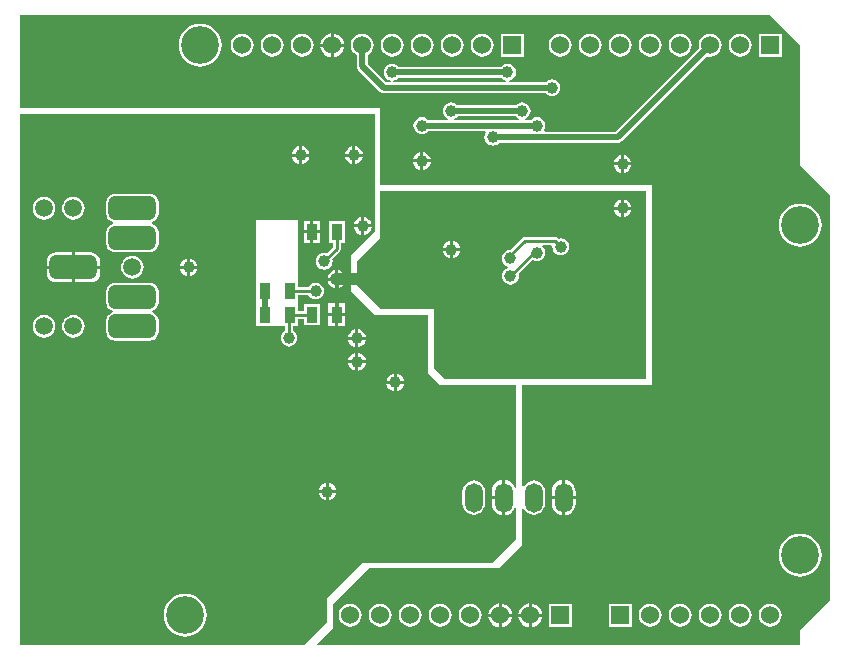
<source format=gbl>
%FSLAX25Y25*%
%MOIN*%
G70*
G01*
G75*
G04 Layer_Physical_Order=2*
G04 Layer_Color=16711680*
%ADD10R,0.05512X0.03543*%
%ADD11R,0.03543X0.05512*%
%ADD12O,0.05512X0.01181*%
%ADD13O,0.01181X0.05512*%
%ADD14O,0.02362X0.05906*%
%ADD15R,0.02362X0.03937*%
%ADD16R,0.01575X0.03347*%
%ADD17R,0.03150X0.05512*%
%ADD18R,0.05512X0.03150*%
%ADD19C,0.01000*%
%ADD20C,0.02000*%
%ADD21C,0.02500*%
%ADD22C,0.03937*%
%ADD23C,0.12598*%
%ADD24R,0.06000X0.06000*%
%ADD25C,0.06000*%
%ADD26O,0.05906X0.09843*%
G04:AMPARAMS|DCode=27|XSize=157.48mil|YSize=78.74mil|CornerRadius=19.69mil|HoleSize=0mil|Usage=FLASHONLY|Rotation=0.000|XOffset=0mil|YOffset=0mil|HoleType=Round|Shape=RoundedRectangle|*
%AMROUNDEDRECTD27*
21,1,0.15748,0.03937,0,0,0.0*
21,1,0.11811,0.07874,0,0,0.0*
1,1,0.03937,0.05906,-0.01969*
1,1,0.03937,-0.05906,-0.01969*
1,1,0.03937,-0.05906,0.01969*
1,1,0.03937,0.05906,0.01969*
%
%ADD27ROUNDEDRECTD27*%
%ADD28C,0.05906*%
%ADD29C,0.04000*%
G36*
X260000Y200000D02*
Y160000D01*
X270000Y150000D01*
Y15000D01*
X260000Y5000D01*
Y0D01*
X99079D01*
X98887Y462D01*
X104331Y5906D01*
Y13780D01*
X116142Y25591D01*
X159449D01*
Y25591D01*
X167323Y33465D01*
Y45256D01*
X167823Y45355D01*
X167824Y45351D01*
X168426Y44568D01*
X169210Y43966D01*
X170123Y43588D01*
X171102Y43459D01*
X172082Y43588D01*
X172995Y43966D01*
X173779Y44568D01*
X174380Y45351D01*
X174759Y46264D01*
X174888Y47244D01*
Y51181D01*
X174759Y52161D01*
X174380Y53074D01*
X173779Y53858D01*
X172995Y54459D01*
X172082Y54837D01*
X171102Y54966D01*
X170123Y54837D01*
X169210Y54459D01*
X168426Y53858D01*
X167824Y53074D01*
X167823Y53070D01*
X167323Y53170D01*
Y86614D01*
X210630D01*
Y153543D01*
X120079D01*
Y179134D01*
X0D01*
Y210000D01*
X250000D01*
X260000Y200000D01*
D02*
G37*
G36*
X208661Y88583D02*
X141732D01*
X137795Y92520D01*
Y92520D01*
Y112205D01*
X120079D01*
X112205Y120079D01*
Y127953D01*
X112205D01*
X120079Y135827D01*
Y151575D01*
X208661D01*
Y88583D01*
D02*
G37*
G36*
X118110Y137795D02*
X110236Y129921D01*
Y118110D01*
X118110Y110236D01*
X135827D01*
Y90551D01*
X139764Y86614D01*
X165354D01*
Y52552D01*
X164854Y52452D01*
X164555Y53175D01*
X163921Y54000D01*
X163096Y54634D01*
X162134Y55032D01*
X161602Y55102D01*
Y49213D01*
Y43323D01*
X162134Y43393D01*
X163096Y43791D01*
X163921Y44425D01*
X164555Y45251D01*
X164854Y45973D01*
X165354Y45874D01*
Y35433D01*
X165354D01*
X157480Y27559D01*
X114173D01*
X102362Y15748D01*
Y7874D01*
Y7874D01*
X94488Y0D01*
X0D01*
Y177165D01*
X118110D01*
Y137795D01*
D02*
G37*
%LPC*%
G36*
X112705Y97417D02*
Y94988D01*
X115133D01*
X115097Y95263D01*
X114798Y95985D01*
X114322Y96605D01*
X113702Y97081D01*
X112980Y97380D01*
X112705Y97417D01*
D02*
G37*
G36*
X111705D02*
X111430Y97380D01*
X110708Y97081D01*
X110088Y96605D01*
X109612Y95985D01*
X109313Y95263D01*
X109276Y94988D01*
X111705D01*
Y97417D01*
D02*
G37*
G36*
Y101862D02*
X109276D01*
X109313Y101587D01*
X109612Y100865D01*
X110088Y100245D01*
X110708Y99769D01*
X111430Y99470D01*
X111705Y99434D01*
Y101862D01*
D02*
G37*
G36*
X7874Y110084D02*
X6894Y109955D01*
X5982Y109577D01*
X5198Y108976D01*
X4596Y108192D01*
X4218Y107279D01*
X4089Y106299D01*
X4218Y105320D01*
X4596Y104407D01*
X5198Y103623D01*
X5982Y103021D01*
X6894Y102643D01*
X7874Y102514D01*
X8854Y102643D01*
X9767Y103021D01*
X10550Y103623D01*
X11152Y104407D01*
X11530Y105320D01*
X11659Y106299D01*
X11530Y107279D01*
X11152Y108192D01*
X10550Y108976D01*
X9767Y109577D01*
X8854Y109955D01*
X7874Y110084D01*
D02*
G37*
G36*
X43307Y120903D02*
X31496D01*
X30773Y120808D01*
X30100Y120528D01*
X29522Y120085D01*
X29078Y119506D01*
X28799Y118833D01*
X28704Y118110D01*
Y114173D01*
X28799Y113451D01*
X29078Y112777D01*
X29522Y112199D01*
X30100Y111755D01*
X30773Y111476D01*
X30799Y111473D01*
Y110968D01*
X30773Y110965D01*
X30100Y110686D01*
X29522Y110242D01*
X29078Y109664D01*
X28799Y108990D01*
X28704Y108268D01*
Y104331D01*
X28799Y103608D01*
X29078Y102935D01*
X29522Y102356D01*
X30100Y101912D01*
X30773Y101634D01*
X31496Y101538D01*
X43307D01*
X44030Y101634D01*
X44703Y101912D01*
X45282Y102356D01*
X45725Y102935D01*
X46004Y103608D01*
X46099Y104331D01*
Y108268D01*
X46004Y108990D01*
X45725Y109664D01*
X45282Y110242D01*
X44703Y110686D01*
X44030Y110965D01*
X44004Y110968D01*
Y111473D01*
X44030Y111476D01*
X44703Y111755D01*
X45282Y112199D01*
X45725Y112777D01*
X46004Y113451D01*
X46099Y114173D01*
Y118110D01*
X46004Y118833D01*
X45725Y119506D01*
X45282Y120085D01*
X44703Y120528D01*
X44030Y120808D01*
X43307Y120903D01*
D02*
G37*
G36*
X115133Y101862D02*
X112705D01*
Y99434D01*
X112980Y99470D01*
X113702Y99769D01*
X114322Y100245D01*
X114798Y100865D01*
X115097Y101587D01*
X115133Y101862D01*
D02*
G37*
G36*
Y93988D02*
X112705D01*
Y91560D01*
X112980Y91596D01*
X113702Y91895D01*
X114322Y92371D01*
X114798Y92991D01*
X115097Y93713D01*
X115133Y93988D01*
D02*
G37*
G36*
X124500Y90527D02*
X124225Y90491D01*
X123503Y90191D01*
X122883Y89716D01*
X122407Y89095D01*
X122108Y88373D01*
X122072Y88098D01*
X124500D01*
Y90527D01*
D02*
G37*
G36*
X127928Y87098D02*
X125500D01*
Y84670D01*
X125775Y84706D01*
X126497Y85005D01*
X127117Y85481D01*
X127593Y86101D01*
X127892Y86823D01*
X127928Y87098D01*
D02*
G37*
G36*
X124500D02*
X122072D01*
X122108Y86823D01*
X122407Y86101D01*
X122883Y85481D01*
X123503Y85005D01*
X124225Y84706D01*
X124500Y84670D01*
Y87098D01*
D02*
G37*
G36*
X111705Y93988D02*
X109276D01*
X109313Y93713D01*
X109612Y92991D01*
X110088Y92371D01*
X110708Y91895D01*
X111430Y91596D01*
X111705Y91560D01*
Y93988D01*
D02*
G37*
G36*
X102862Y54109D02*
Y51681D01*
X105290D01*
X105254Y51956D01*
X104955Y52678D01*
X104479Y53298D01*
X103859Y53774D01*
X103137Y54073D01*
X102862Y54109D01*
D02*
G37*
G36*
X125500Y90527D02*
Y88098D01*
X127928D01*
X127892Y88373D01*
X127593Y89095D01*
X127117Y89716D01*
X126497Y90191D01*
X125775Y90491D01*
X125500Y90527D01*
D02*
G37*
G36*
X17717Y110084D02*
X16737Y109955D01*
X15824Y109577D01*
X15040Y108976D01*
X14438Y108192D01*
X14060Y107279D01*
X13931Y106299D01*
X14060Y105320D01*
X14438Y104407D01*
X15040Y103623D01*
X15824Y103021D01*
X16737Y102643D01*
X17717Y102514D01*
X18696Y102643D01*
X19609Y103021D01*
X20393Y103623D01*
X20995Y104407D01*
X21373Y105320D01*
X21502Y106299D01*
X21373Y107279D01*
X20995Y108192D01*
X20393Y108976D01*
X19609Y109577D01*
X18696Y109955D01*
X17717Y110084D01*
D02*
G37*
G36*
X26616Y125484D02*
X18216D01*
Y121022D01*
X23622D01*
X24397Y121124D01*
X25119Y121423D01*
X25739Y121899D01*
X26215Y122519D01*
X26514Y123241D01*
X26616Y124016D01*
Y125484D01*
D02*
G37*
G36*
X37402Y129769D02*
X36422Y129640D01*
X35509Y129262D01*
X34725Y128661D01*
X34124Y127877D01*
X33745Y126964D01*
X33616Y125984D01*
X33745Y125005D01*
X34124Y124092D01*
X34725Y123308D01*
X35509Y122706D01*
X36422Y122328D01*
X37402Y122199D01*
X38381Y122328D01*
X39294Y122706D01*
X40078Y123308D01*
X40680Y124092D01*
X41058Y125005D01*
X41187Y125984D01*
X41058Y126964D01*
X40680Y127877D01*
X40078Y128661D01*
X39294Y129262D01*
X38381Y129640D01*
X37402Y129769D01*
D02*
G37*
G36*
X108243Y121547D02*
X105815D01*
Y119119D01*
X106090Y119155D01*
X106812Y119454D01*
X107432Y119930D01*
X107908Y120550D01*
X108207Y121272D01*
X108243Y121547D01*
D02*
G37*
G36*
X17217Y125484D02*
X8817D01*
Y124016D01*
X8919Y123241D01*
X9218Y122519D01*
X9694Y121899D01*
X10314Y121423D01*
X11036Y121124D01*
X11811Y121022D01*
X17217D01*
Y125484D01*
D02*
G37*
G36*
X55602D02*
X53174D01*
X53210Y125209D01*
X53509Y124487D01*
X53985Y123867D01*
X54605Y123391D01*
X55327Y123092D01*
X55602Y123056D01*
Y125484D01*
D02*
G37*
G36*
X59031D02*
X56602D01*
Y123056D01*
X56877Y123092D01*
X57599Y123391D01*
X58219Y123867D01*
X58695Y124487D01*
X58995Y125209D01*
X59031Y125484D01*
D02*
G37*
G36*
X104815Y124976D02*
X104540Y124939D01*
X103818Y124640D01*
X103198Y124164D01*
X102722Y123544D01*
X102423Y122822D01*
X102387Y122547D01*
X104815D01*
Y124976D01*
D02*
G37*
G36*
X105815D02*
Y122547D01*
X108243D01*
X108207Y122822D01*
X107908Y123544D01*
X107432Y124164D01*
X106812Y124640D01*
X106090Y124939D01*
X105815Y124976D01*
D02*
G37*
G36*
X105012Y109736D02*
X102740D01*
Y106480D01*
X105012D01*
Y109736D01*
D02*
G37*
G36*
X108283D02*
X106012D01*
Y106480D01*
X108283D01*
Y109736D01*
D02*
G37*
G36*
X111705Y105290D02*
X111430Y105254D01*
X110708Y104955D01*
X110088Y104479D01*
X109612Y103859D01*
X109313Y103137D01*
X109276Y102862D01*
X111705D01*
Y105290D01*
D02*
G37*
G36*
X112705D02*
Y102862D01*
X115133D01*
X115097Y103137D01*
X114798Y103859D01*
X114322Y104479D01*
X113702Y104955D01*
X112980Y105254D01*
X112705Y105290D01*
D02*
G37*
G36*
X92520Y141732D02*
X78740D01*
Y121866D01*
X78724D01*
Y114492D01*
X78724Y114354D01*
X78724Y114354D01*
Y113992D01*
X78724D01*
X78724Y113854D01*
Y106480D01*
X78740D01*
Y106299D01*
X88241D01*
Y104810D01*
X88171Y104780D01*
X87592Y104337D01*
X87149Y103758D01*
X86870Y103085D01*
X86774Y102362D01*
X86870Y101639D01*
X87149Y100966D01*
X87592Y100388D01*
X88171Y99944D01*
X88844Y99665D01*
X89567Y99570D01*
X90290Y99665D01*
X90963Y99944D01*
X91541Y100388D01*
X91985Y100966D01*
X92264Y101639D01*
X92359Y102362D01*
X92264Y103085D01*
X91985Y103758D01*
X91541Y104337D01*
X90963Y104780D01*
X90892Y104810D01*
Y106299D01*
X92520D01*
Y108911D01*
X94672D01*
Y106680D01*
X99816D01*
Y113792D01*
X94672D01*
Y111562D01*
X92520D01*
Y116785D01*
X95978D01*
X96007Y116714D01*
X96451Y116136D01*
X97029Y115692D01*
X97702Y115413D01*
X98425Y115318D01*
X99148Y115413D01*
X99821Y115692D01*
X100400Y116136D01*
X100844Y116714D01*
X101122Y117387D01*
X101218Y118110D01*
X101122Y118833D01*
X100844Y119506D01*
X100400Y120085D01*
X99821Y120528D01*
X99148Y120808D01*
X98425Y120903D01*
X97702Y120808D01*
X97029Y120528D01*
X96451Y120085D01*
X96007Y119506D01*
X95978Y119436D01*
X92520D01*
Y141732D01*
D02*
G37*
G36*
X104815Y121547D02*
X102387D01*
X102423Y121272D01*
X102722Y120550D01*
X103198Y119930D01*
X103818Y119454D01*
X104540Y119155D01*
X104815Y119119D01*
Y121547D01*
D02*
G37*
G36*
X105012Y113992D02*
X102740D01*
Y110736D01*
X105012D01*
Y113992D01*
D02*
G37*
G36*
X108283D02*
X106012D01*
Y110736D01*
X108283D01*
Y113992D01*
D02*
G37*
G36*
X210000Y13833D02*
X209008Y13702D01*
X208084Y13319D01*
X207290Y12710D01*
X206681Y11916D01*
X206298Y10992D01*
X206167Y10000D01*
X206298Y9008D01*
X206681Y8084D01*
X207290Y7290D01*
X208084Y6681D01*
X209008Y6298D01*
X210000Y6167D01*
X210992Y6298D01*
X211916Y6681D01*
X212710Y7290D01*
X213319Y8084D01*
X213702Y9008D01*
X213833Y10000D01*
X213702Y10992D01*
X213319Y11916D01*
X212710Y12710D01*
X211916Y13319D01*
X210992Y13702D01*
X210000Y13833D01*
D02*
G37*
G36*
X220000D02*
X219008Y13702D01*
X218084Y13319D01*
X217290Y12710D01*
X216681Y11916D01*
X216298Y10992D01*
X216167Y10000D01*
X216298Y9008D01*
X216681Y8084D01*
X217290Y7290D01*
X218084Y6681D01*
X219008Y6298D01*
X220000Y6167D01*
X220992Y6298D01*
X221916Y6681D01*
X222710Y7290D01*
X223319Y8084D01*
X223702Y9008D01*
X223833Y10000D01*
X223702Y10992D01*
X223319Y11916D01*
X222710Y12710D01*
X221916Y13319D01*
X220992Y13702D01*
X220000Y13833D01*
D02*
G37*
G36*
X140000D02*
X139008Y13702D01*
X138084Y13319D01*
X137290Y12710D01*
X136681Y11916D01*
X136298Y10992D01*
X136167Y10000D01*
X136298Y9008D01*
X136681Y8084D01*
X137290Y7290D01*
X138084Y6681D01*
X139008Y6298D01*
X140000Y6167D01*
X140992Y6298D01*
X141916Y6681D01*
X142710Y7290D01*
X143319Y8084D01*
X143702Y9008D01*
X143833Y10000D01*
X143702Y10992D01*
X143319Y11916D01*
X142710Y12710D01*
X141916Y13319D01*
X140992Y13702D01*
X140000Y13833D01*
D02*
G37*
G36*
X150000D02*
X149008Y13702D01*
X148084Y13319D01*
X147290Y12710D01*
X146681Y11916D01*
X146298Y10992D01*
X146167Y10000D01*
X146298Y9008D01*
X146681Y8084D01*
X147290Y7290D01*
X148084Y6681D01*
X149008Y6298D01*
X150000Y6167D01*
X150992Y6298D01*
X151916Y6681D01*
X152710Y7290D01*
X153319Y8084D01*
X153702Y9008D01*
X153833Y10000D01*
X153702Y10992D01*
X153319Y11916D01*
X152710Y12710D01*
X151916Y13319D01*
X150992Y13702D01*
X150000Y13833D01*
D02*
G37*
G36*
X250000D02*
X249008Y13702D01*
X248084Y13319D01*
X247290Y12710D01*
X246681Y11916D01*
X246298Y10992D01*
X246167Y10000D01*
X246298Y9008D01*
X246681Y8084D01*
X247290Y7290D01*
X248084Y6681D01*
X249008Y6298D01*
X250000Y6167D01*
X250992Y6298D01*
X251916Y6681D01*
X252710Y7290D01*
X253319Y8084D01*
X253702Y9008D01*
X253833Y10000D01*
X253702Y10992D01*
X253319Y11916D01*
X252710Y12710D01*
X251916Y13319D01*
X250992Y13702D01*
X250000Y13833D01*
D02*
G37*
G36*
X183800Y13800D02*
X176200D01*
Y6200D01*
X183800D01*
Y13800D01*
D02*
G37*
G36*
X230000Y13833D02*
X229008Y13702D01*
X228084Y13319D01*
X227290Y12710D01*
X226681Y11916D01*
X226298Y10992D01*
X226167Y10000D01*
X226298Y9008D01*
X226681Y8084D01*
X227290Y7290D01*
X228084Y6681D01*
X229008Y6298D01*
X230000Y6167D01*
X230992Y6298D01*
X231916Y6681D01*
X232710Y7290D01*
X233319Y8084D01*
X233702Y9008D01*
X233833Y10000D01*
X233702Y10992D01*
X233319Y11916D01*
X232710Y12710D01*
X231916Y13319D01*
X230992Y13702D01*
X230000Y13833D01*
D02*
G37*
G36*
X240000D02*
X239008Y13702D01*
X238084Y13319D01*
X237290Y12710D01*
X236681Y11916D01*
X236298Y10992D01*
X236167Y10000D01*
X236298Y9008D01*
X236681Y8084D01*
X237290Y7290D01*
X238084Y6681D01*
X239008Y6298D01*
X240000Y6167D01*
X240992Y6298D01*
X241916Y6681D01*
X242710Y7290D01*
X243319Y8084D01*
X243702Y9008D01*
X243833Y10000D01*
X243702Y10992D01*
X243319Y11916D01*
X242710Y12710D01*
X241916Y13319D01*
X240992Y13702D01*
X240000Y13833D01*
D02*
G37*
G36*
X163969Y9500D02*
X160500D01*
Y6031D01*
X161044Y6103D01*
X162017Y6506D01*
X162853Y7147D01*
X163494Y7983D01*
X163897Y8956D01*
X163969Y9500D01*
D02*
G37*
G36*
X169500D02*
X166031D01*
X166103Y8956D01*
X166506Y7983D01*
X167147Y7147D01*
X167983Y6506D01*
X168956Y6103D01*
X169500Y6031D01*
Y9500D01*
D02*
G37*
G36*
X55000Y17134D02*
X53608Y16996D01*
X52270Y16590D01*
X51037Y15931D01*
X49956Y15044D01*
X49069Y13963D01*
X48409Y12730D01*
X48004Y11392D01*
X47866Y10000D01*
X48004Y8608D01*
X48409Y7270D01*
X49069Y6037D01*
X49956Y4956D01*
X51037Y4069D01*
X52270Y3409D01*
X53608Y3004D01*
X55000Y2866D01*
X56392Y3004D01*
X57730Y3409D01*
X58963Y4069D01*
X60044Y4956D01*
X60931Y6037D01*
X61590Y7270D01*
X61997Y8608D01*
X62134Y10000D01*
X61997Y11392D01*
X61590Y12730D01*
X60931Y13963D01*
X60044Y15044D01*
X58963Y15931D01*
X57730Y16590D01*
X56392Y16996D01*
X55000Y17134D01*
D02*
G37*
G36*
X159500Y9500D02*
X156031D01*
X156103Y8956D01*
X156506Y7983D01*
X157147Y7147D01*
X157983Y6506D01*
X158956Y6103D01*
X159500Y6031D01*
Y9500D01*
D02*
G37*
G36*
X120000Y13833D02*
X119008Y13702D01*
X118084Y13319D01*
X117290Y12710D01*
X116681Y11916D01*
X116298Y10992D01*
X116167Y10000D01*
X116298Y9008D01*
X116681Y8084D01*
X117290Y7290D01*
X118084Y6681D01*
X119008Y6298D01*
X120000Y6167D01*
X120992Y6298D01*
X121916Y6681D01*
X122710Y7290D01*
X123319Y8084D01*
X123702Y9008D01*
X123833Y10000D01*
X123702Y10992D01*
X123319Y11916D01*
X122710Y12710D01*
X121916Y13319D01*
X120992Y13702D01*
X120000Y13833D01*
D02*
G37*
G36*
X130000D02*
X129008Y13702D01*
X128084Y13319D01*
X127290Y12710D01*
X126681Y11916D01*
X126298Y10992D01*
X126167Y10000D01*
X126298Y9008D01*
X126681Y8084D01*
X127290Y7290D01*
X128084Y6681D01*
X129008Y6298D01*
X130000Y6167D01*
X130992Y6298D01*
X131916Y6681D01*
X132710Y7290D01*
X133319Y8084D01*
X133702Y9008D01*
X133833Y10000D01*
X133702Y10992D01*
X133319Y11916D01*
X132710Y12710D01*
X131916Y13319D01*
X130992Y13702D01*
X130000Y13833D01*
D02*
G37*
G36*
X173969Y9500D02*
X170500D01*
Y6031D01*
X171044Y6103D01*
X172017Y6506D01*
X172853Y7147D01*
X173494Y7983D01*
X173897Y8956D01*
X173969Y9500D01*
D02*
G37*
G36*
X110000Y13833D02*
X109008Y13702D01*
X108084Y13319D01*
X107290Y12710D01*
X106681Y11916D01*
X106298Y10992D01*
X106167Y10000D01*
X106298Y9008D01*
X106681Y8084D01*
X107290Y7290D01*
X108084Y6681D01*
X109008Y6298D01*
X110000Y6167D01*
X110992Y6298D01*
X111916Y6681D01*
X112710Y7290D01*
X113319Y8084D01*
X113702Y9008D01*
X113833Y10000D01*
X113702Y10992D01*
X113319Y11916D01*
X112710Y12710D01*
X111916Y13319D01*
X110992Y13702D01*
X110000Y13833D01*
D02*
G37*
G36*
X101862Y50681D02*
X99434D01*
X99470Y50406D01*
X99769Y49684D01*
X100245Y49064D01*
X100865Y48588D01*
X101587Y48289D01*
X101862Y48253D01*
Y50681D01*
D02*
G37*
G36*
X105290D02*
X102862D01*
Y48253D01*
X103137Y48289D01*
X103859Y48588D01*
X104479Y49064D01*
X104955Y49684D01*
X105254Y50406D01*
X105290Y50681D01*
D02*
G37*
G36*
X185089Y48713D02*
X181602D01*
Y43323D01*
X182134Y43393D01*
X183096Y43791D01*
X183922Y44425D01*
X184555Y45251D01*
X184953Y46212D01*
X185089Y47244D01*
Y48713D01*
D02*
G37*
G36*
X151102Y54966D02*
X150123Y54837D01*
X149210Y54459D01*
X148426Y53858D01*
X147824Y53074D01*
X147446Y52161D01*
X147317Y51181D01*
Y47244D01*
X147446Y46264D01*
X147824Y45351D01*
X148426Y44568D01*
X149210Y43966D01*
X150123Y43588D01*
X151102Y43459D01*
X152082Y43588D01*
X152995Y43966D01*
X153779Y44568D01*
X154380Y45351D01*
X154759Y46264D01*
X154887Y47244D01*
Y51181D01*
X154759Y52161D01*
X154380Y53074D01*
X153779Y53858D01*
X152995Y54459D01*
X152082Y54837D01*
X151102Y54966D01*
D02*
G37*
G36*
X181602Y55102D02*
Y49713D01*
X185089D01*
Y51181D01*
X184953Y52213D01*
X184555Y53175D01*
X183922Y54000D01*
X183096Y54634D01*
X182134Y55032D01*
X181602Y55102D01*
D02*
G37*
G36*
X101862Y54109D02*
X101587Y54073D01*
X100865Y53774D01*
X100245Y53298D01*
X99769Y52678D01*
X99470Y51956D01*
X99434Y51681D01*
X101862D01*
Y54109D01*
D02*
G37*
G36*
X160602Y55102D02*
X160071Y55032D01*
X159109Y54634D01*
X158283Y54000D01*
X157650Y53175D01*
X157251Y52213D01*
X157115Y51181D01*
Y49713D01*
X160602D01*
Y55102D01*
D02*
G37*
G36*
X180602D02*
X180070Y55032D01*
X179109Y54634D01*
X178283Y54000D01*
X177650Y53175D01*
X177251Y52213D01*
X177115Y51181D01*
Y49713D01*
X180602D01*
Y55102D01*
D02*
G37*
G36*
X160500Y13969D02*
Y10500D01*
X163969D01*
X163897Y11044D01*
X163494Y12017D01*
X162853Y12853D01*
X162017Y13494D01*
X161044Y13897D01*
X160500Y13969D01*
D02*
G37*
G36*
X169500D02*
X168956Y13897D01*
X167983Y13494D01*
X167147Y12853D01*
X166506Y12017D01*
X166103Y11044D01*
X166031Y10500D01*
X169500D01*
Y13969D01*
D02*
G37*
G36*
X203800Y13800D02*
X196200D01*
Y6200D01*
X203800D01*
Y13800D01*
D02*
G37*
G36*
X159500Y13969D02*
X158956Y13897D01*
X157983Y13494D01*
X157147Y12853D01*
X156506Y12017D01*
X156103Y11044D01*
X156031Y10500D01*
X159500D01*
Y13969D01*
D02*
G37*
G36*
X160602Y48713D02*
X157115D01*
Y47244D01*
X157251Y46212D01*
X157650Y45251D01*
X158283Y44425D01*
X159109Y43791D01*
X160071Y43393D01*
X160602Y43323D01*
Y48713D01*
D02*
G37*
G36*
X180602D02*
X177115D01*
Y47244D01*
X177251Y46212D01*
X177650Y45251D01*
X178283Y44425D01*
X179109Y43791D01*
X180070Y43393D01*
X180602Y43323D01*
Y48713D01*
D02*
G37*
G36*
X170500Y13969D02*
Y10500D01*
X173969D01*
X173897Y11044D01*
X173494Y12017D01*
X172853Y12853D01*
X172017Y13494D01*
X171044Y13897D01*
X170500Y13969D01*
D02*
G37*
G36*
X260000Y37134D02*
X258608Y36996D01*
X257270Y36591D01*
X256037Y35931D01*
X254956Y35044D01*
X254069Y33963D01*
X253410Y32730D01*
X253004Y31392D01*
X252866Y30000D01*
X253004Y28608D01*
X253410Y27270D01*
X254069Y26037D01*
X254956Y24956D01*
X256037Y24069D01*
X257270Y23410D01*
X258608Y23004D01*
X260000Y22866D01*
X261392Y23004D01*
X262730Y23410D01*
X263963Y24069D01*
X265044Y24956D01*
X265931Y26037D01*
X266590Y27270D01*
X266997Y28608D01*
X267134Y30000D01*
X266997Y31392D01*
X266590Y32730D01*
X265931Y33963D01*
X265044Y35044D01*
X263963Y35931D01*
X262730Y36591D01*
X261392Y36996D01*
X260000Y37134D01*
D02*
G37*
G36*
X17217Y130947D02*
X11811D01*
X11036Y130845D01*
X10314Y130546D01*
X9694Y130070D01*
X9218Y129450D01*
X8919Y128728D01*
X8817Y127953D01*
Y126484D01*
X17217D01*
Y130947D01*
D02*
G37*
G36*
X60000Y207134D02*
X58608Y206996D01*
X57270Y206591D01*
X56037Y205931D01*
X54956Y205044D01*
X54069Y203963D01*
X53409Y202730D01*
X53004Y201392D01*
X52866Y200000D01*
X53004Y198608D01*
X53409Y197270D01*
X54069Y196037D01*
X54956Y194956D01*
X56037Y194069D01*
X57270Y193409D01*
X58608Y193003D01*
X60000Y192866D01*
X61392Y193003D01*
X62730Y193409D01*
X63963Y194069D01*
X65044Y194956D01*
X65931Y196037D01*
X66590Y197270D01*
X66997Y198608D01*
X67134Y200000D01*
X66997Y201392D01*
X66590Y202730D01*
X65931Y203963D01*
X65044Y205044D01*
X63963Y205931D01*
X62730Y206591D01*
X61392Y206996D01*
X60000Y207134D01*
D02*
G37*
G36*
X114000Y203833D02*
X113008Y203702D01*
X112084Y203319D01*
X111290Y202710D01*
X110681Y201916D01*
X110298Y200992D01*
X110167Y200000D01*
X110298Y199008D01*
X110681Y198084D01*
X111290Y197290D01*
X112084Y196681D01*
X112165Y196647D01*
Y193087D01*
X112281Y192501D01*
X112304Y192384D01*
X112702Y191789D01*
X119926Y184565D01*
X120521Y184168D01*
X120638Y184144D01*
X121223Y184028D01*
X175084D01*
X175191Y183889D01*
X175769Y183445D01*
X176443Y183166D01*
X177165Y183071D01*
X177888Y183166D01*
X178561Y183445D01*
X179140Y183889D01*
X179584Y184467D01*
X179863Y185141D01*
X179958Y185863D01*
X179863Y186586D01*
X179584Y187259D01*
X179140Y187838D01*
X178561Y188282D01*
X177888Y188560D01*
X177165Y188656D01*
X176443Y188560D01*
X175769Y188282D01*
X175191Y187838D01*
X175084Y187698D01*
X162784D01*
X162751Y188198D01*
X163124Y188248D01*
X163798Y188527D01*
X164376Y188970D01*
X164820Y189549D01*
X165099Y190222D01*
X165194Y190945D01*
X165099Y191668D01*
X164820Y192341D01*
X164376Y192919D01*
X163798Y193363D01*
X163124Y193642D01*
X162402Y193737D01*
X161679Y193642D01*
X161005Y193363D01*
X160427Y192919D01*
X160320Y192780D01*
X126097D01*
X125990Y192919D01*
X125412Y193363D01*
X124739Y193642D01*
X124016Y193737D01*
X123293Y193642D01*
X122620Y193363D01*
X122041Y192919D01*
X121598Y192341D01*
X121318Y191668D01*
X121223Y190945D01*
X121318Y190222D01*
X121598Y189549D01*
X122041Y188970D01*
X122620Y188527D01*
X123293Y188248D01*
X123666Y188198D01*
X123633Y187698D01*
X121984D01*
X115835Y193847D01*
Y196647D01*
X115916Y196681D01*
X116710Y197290D01*
X117319Y198084D01*
X117702Y199008D01*
X117833Y200000D01*
X117702Y200992D01*
X117319Y201916D01*
X116710Y202710D01*
X115916Y203319D01*
X114992Y203702D01*
X114000Y203833D01*
D02*
G37*
G36*
X111721Y166314D02*
Y163886D01*
X114149D01*
X114113Y164161D01*
X113813Y164883D01*
X113338Y165503D01*
X112717Y165979D01*
X111995Y166278D01*
X111721Y166314D01*
D02*
G37*
G36*
X103500Y199500D02*
X100031D01*
X100103Y198956D01*
X100506Y197983D01*
X101147Y197147D01*
X101983Y196506D01*
X102956Y196103D01*
X103500Y196031D01*
Y199500D01*
D02*
G37*
G36*
X84000Y203833D02*
X83008Y203702D01*
X82084Y203319D01*
X81290Y202710D01*
X80681Y201916D01*
X80298Y200992D01*
X80167Y200000D01*
X80298Y199008D01*
X80681Y198084D01*
X81290Y197290D01*
X82084Y196681D01*
X83008Y196298D01*
X84000Y196167D01*
X84992Y196298D01*
X85916Y196681D01*
X86710Y197290D01*
X87319Y198084D01*
X87702Y199008D01*
X87833Y200000D01*
X87702Y200992D01*
X87319Y201916D01*
X86710Y202710D01*
X85916Y203319D01*
X84992Y203702D01*
X84000Y203833D01*
D02*
G37*
G36*
X74000D02*
X73008Y203702D01*
X72084Y203319D01*
X71290Y202710D01*
X70681Y201916D01*
X70298Y200992D01*
X70167Y200000D01*
X70298Y199008D01*
X70681Y198084D01*
X71290Y197290D01*
X72084Y196681D01*
X73008Y196298D01*
X74000Y196167D01*
X74992Y196298D01*
X75916Y196681D01*
X76710Y197290D01*
X77319Y198084D01*
X77702Y199008D01*
X77833Y200000D01*
X77702Y200992D01*
X77319Y201916D01*
X76710Y202710D01*
X75916Y203319D01*
X74992Y203702D01*
X74000Y203833D01*
D02*
G37*
G36*
X107969Y199500D02*
X104500D01*
Y196031D01*
X105044Y196103D01*
X106017Y196506D01*
X106853Y197147D01*
X107494Y197983D01*
X107897Y198956D01*
X107969Y199500D01*
D02*
G37*
G36*
X110721Y166314D02*
X110445Y166278D01*
X109723Y165979D01*
X109103Y165503D01*
X108627Y164883D01*
X108328Y164161D01*
X108292Y163886D01*
X110721D01*
Y166314D01*
D02*
G37*
G36*
X201287Y163361D02*
Y160933D01*
X203716D01*
X203679Y161208D01*
X203380Y161930D01*
X202905Y162550D01*
X202285Y163026D01*
X201562Y163325D01*
X201287Y163361D01*
D02*
G37*
G36*
X200287D02*
X200012Y163325D01*
X199290Y163026D01*
X198670Y162550D01*
X198194Y161930D01*
X197895Y161208D01*
X197859Y160933D01*
X200287D01*
Y163361D01*
D02*
G37*
G36*
X114149Y162886D02*
X111721D01*
Y160458D01*
X111995Y160494D01*
X112717Y160793D01*
X113338Y161269D01*
X113813Y161889D01*
X114113Y162611D01*
X114149Y162886D01*
D02*
G37*
G36*
X133358Y164346D02*
X133083Y164309D01*
X132361Y164010D01*
X131741Y163534D01*
X131265Y162914D01*
X130966Y162192D01*
X130930Y161917D01*
X133358D01*
Y164346D01*
D02*
G37*
G36*
X94004Y166314D02*
Y163886D01*
X96432D01*
X96396Y164161D01*
X96097Y164883D01*
X95621Y165503D01*
X95001Y165979D01*
X94279Y166278D01*
X94004Y166314D01*
D02*
G37*
G36*
X93004D02*
X92729Y166278D01*
X92007Y165979D01*
X91387Y165503D01*
X90911Y164883D01*
X90612Y164161D01*
X90576Y163886D01*
X93004D01*
Y166314D01*
D02*
G37*
G36*
X134358Y164346D02*
Y161917D01*
X136787D01*
X136750Y162192D01*
X136451Y162914D01*
X135975Y163534D01*
X135355Y164010D01*
X134633Y164309D01*
X134358Y164346D01*
D02*
G37*
G36*
X94000Y203833D02*
X93008Y203702D01*
X92084Y203319D01*
X91290Y202710D01*
X90681Y201916D01*
X90298Y200992D01*
X90167Y200000D01*
X90298Y199008D01*
X90681Y198084D01*
X91290Y197290D01*
X92084Y196681D01*
X93008Y196298D01*
X94000Y196167D01*
X94992Y196298D01*
X95916Y196681D01*
X96710Y197290D01*
X97319Y198084D01*
X97702Y199008D01*
X97833Y200000D01*
X97702Y200992D01*
X97319Y201916D01*
X96710Y202710D01*
X95916Y203319D01*
X94992Y203702D01*
X94000Y203833D01*
D02*
G37*
G36*
X240000D02*
X239008Y203702D01*
X238084Y203319D01*
X237290Y202710D01*
X236681Y201916D01*
X236298Y200992D01*
X236167Y200000D01*
X236298Y199008D01*
X236681Y198084D01*
X237290Y197290D01*
X238084Y196681D01*
X239008Y196298D01*
X240000Y196167D01*
X240992Y196298D01*
X241916Y196681D01*
X242710Y197290D01*
X243319Y198084D01*
X243702Y199008D01*
X243833Y200000D01*
X243702Y200992D01*
X243319Y201916D01*
X242710Y202710D01*
X241916Y203319D01*
X240992Y203702D01*
X240000Y203833D01*
D02*
G37*
G36*
X230000D02*
X229008Y203702D01*
X228084Y203319D01*
X227290Y202710D01*
X226681Y201916D01*
X226298Y200992D01*
X226167Y200000D01*
X226298Y199008D01*
X226331Y198927D01*
X198531Y171127D01*
X174751D01*
X174505Y171627D01*
X174662Y171832D01*
X174941Y172506D01*
X175037Y173228D01*
X174941Y173951D01*
X174662Y174625D01*
X174219Y175203D01*
X173640Y175647D01*
X172967Y175926D01*
X172244Y176021D01*
X171521Y175926D01*
X170848Y175647D01*
X170270Y175203D01*
X170163Y175064D01*
X168414D01*
X168314Y175564D01*
X168719Y175731D01*
X169297Y176175D01*
X169741Y176753D01*
X170020Y177427D01*
X170115Y178150D01*
X170020Y178872D01*
X169741Y179546D01*
X169297Y180124D01*
X168719Y180568D01*
X168046Y180847D01*
X167323Y180942D01*
X166600Y180847D01*
X165927Y180568D01*
X165348Y180124D01*
X165242Y179985D01*
X145782D01*
X145675Y180124D01*
X145097Y180568D01*
X144423Y180847D01*
X143701Y180942D01*
X142978Y180847D01*
X142305Y180568D01*
X141726Y180124D01*
X141282Y179546D01*
X141004Y178872D01*
X140908Y178150D01*
X141004Y177427D01*
X141282Y176753D01*
X141726Y176175D01*
X142305Y175731D01*
X142710Y175564D01*
X142610Y175064D01*
X135940D01*
X135833Y175203D01*
X135255Y175647D01*
X134581Y175926D01*
X133858Y176021D01*
X133135Y175926D01*
X132462Y175647D01*
X131884Y175203D01*
X131440Y174625D01*
X131161Y173951D01*
X131066Y173228D01*
X131161Y172506D01*
X131440Y171832D01*
X131884Y171254D01*
X132462Y170810D01*
X133135Y170531D01*
X133858Y170436D01*
X134581Y170531D01*
X135255Y170810D01*
X135833Y171254D01*
X135940Y171393D01*
X154973D01*
X155220Y170893D01*
X155062Y170687D01*
X154783Y170014D01*
X154688Y169291D01*
X154783Y168569D01*
X155062Y167895D01*
X155506Y167317D01*
X156084Y166873D01*
X156758Y166594D01*
X157480Y166499D01*
X158203Y166594D01*
X158877Y166873D01*
X159455Y167317D01*
X159562Y167456D01*
X199291D01*
X199877Y167573D01*
X199994Y167596D01*
X200589Y167994D01*
X228927Y196331D01*
X229008Y196298D01*
X230000Y196167D01*
X230992Y196298D01*
X231916Y196681D01*
X232710Y197290D01*
X233319Y198084D01*
X233702Y199008D01*
X233833Y200000D01*
X233702Y200992D01*
X233319Y201916D01*
X232710Y202710D01*
X231916Y203319D01*
X230992Y203702D01*
X230000Y203833D01*
D02*
G37*
G36*
X220000D02*
X219008Y203702D01*
X218084Y203319D01*
X217290Y202710D01*
X216681Y201916D01*
X216298Y200992D01*
X216167Y200000D01*
X216298Y199008D01*
X216681Y198084D01*
X217290Y197290D01*
X218084Y196681D01*
X219008Y196298D01*
X220000Y196167D01*
X220992Y196298D01*
X221916Y196681D01*
X222710Y197290D01*
X223319Y198084D01*
X223702Y199008D01*
X223833Y200000D01*
X223702Y200992D01*
X223319Y201916D01*
X222710Y202710D01*
X221916Y203319D01*
X220992Y203702D01*
X220000Y203833D01*
D02*
G37*
G36*
X167800Y203800D02*
X160200D01*
Y196200D01*
X167800D01*
Y203800D01*
D02*
G37*
G36*
X104500Y203969D02*
Y200500D01*
X107969D01*
X107897Y201044D01*
X107494Y202017D01*
X106853Y202853D01*
X106017Y203494D01*
X105044Y203897D01*
X104500Y203969D01*
D02*
G37*
G36*
X103500D02*
X102956Y203897D01*
X101983Y203494D01*
X101147Y202853D01*
X100506Y202017D01*
X100103Y201044D01*
X100031Y200500D01*
X103500D01*
Y203969D01*
D02*
G37*
G36*
X253800Y203800D02*
X246200D01*
Y196200D01*
X253800D01*
Y203800D01*
D02*
G37*
G36*
X210000Y203833D02*
X209008Y203702D01*
X208084Y203319D01*
X207290Y202710D01*
X206681Y201916D01*
X206298Y200992D01*
X206167Y200000D01*
X206298Y199008D01*
X206681Y198084D01*
X207290Y197290D01*
X208084Y196681D01*
X209008Y196298D01*
X210000Y196167D01*
X210992Y196298D01*
X211916Y196681D01*
X212710Y197290D01*
X213319Y198084D01*
X213702Y199008D01*
X213833Y200000D01*
X213702Y200992D01*
X213319Y201916D01*
X212710Y202710D01*
X211916Y203319D01*
X210992Y203702D01*
X210000Y203833D01*
D02*
G37*
G36*
X144000D02*
X143008Y203702D01*
X142084Y203319D01*
X141290Y202710D01*
X140681Y201916D01*
X140298Y200992D01*
X140167Y200000D01*
X140298Y199008D01*
X140681Y198084D01*
X141290Y197290D01*
X142084Y196681D01*
X143008Y196298D01*
X144000Y196167D01*
X144992Y196298D01*
X145916Y196681D01*
X146710Y197290D01*
X147319Y198084D01*
X147702Y199008D01*
X147833Y200000D01*
X147702Y200992D01*
X147319Y201916D01*
X146710Y202710D01*
X145916Y203319D01*
X144992Y203702D01*
X144000Y203833D01*
D02*
G37*
G36*
X134000D02*
X133008Y203702D01*
X132084Y203319D01*
X131290Y202710D01*
X130681Y201916D01*
X130298Y200992D01*
X130167Y200000D01*
X130298Y199008D01*
X130681Y198084D01*
X131290Y197290D01*
X132084Y196681D01*
X133008Y196298D01*
X134000Y196167D01*
X134992Y196298D01*
X135916Y196681D01*
X136710Y197290D01*
X137319Y198084D01*
X137702Y199008D01*
X137833Y200000D01*
X137702Y200992D01*
X137319Y201916D01*
X136710Y202710D01*
X135916Y203319D01*
X134992Y203702D01*
X134000Y203833D01*
D02*
G37*
G36*
X124000D02*
X123008Y203702D01*
X122084Y203319D01*
X121290Y202710D01*
X120681Y201916D01*
X120298Y200992D01*
X120167Y200000D01*
X120298Y199008D01*
X120681Y198084D01*
X121290Y197290D01*
X122084Y196681D01*
X123008Y196298D01*
X124000Y196167D01*
X124992Y196298D01*
X125916Y196681D01*
X126710Y197290D01*
X127319Y198084D01*
X127702Y199008D01*
X127833Y200000D01*
X127702Y200992D01*
X127319Y201916D01*
X126710Y202710D01*
X125916Y203319D01*
X124992Y203702D01*
X124000Y203833D01*
D02*
G37*
G36*
X154000D02*
X153008Y203702D01*
X152084Y203319D01*
X151290Y202710D01*
X150681Y201916D01*
X150298Y200992D01*
X150167Y200000D01*
X150298Y199008D01*
X150681Y198084D01*
X151290Y197290D01*
X152084Y196681D01*
X153008Y196298D01*
X154000Y196167D01*
X154992Y196298D01*
X155916Y196681D01*
X156710Y197290D01*
X157319Y198084D01*
X157702Y199008D01*
X157833Y200000D01*
X157702Y200992D01*
X157319Y201916D01*
X156710Y202710D01*
X155916Y203319D01*
X154992Y203702D01*
X154000Y203833D01*
D02*
G37*
G36*
X200000D02*
X199008Y203702D01*
X198084Y203319D01*
X197290Y202710D01*
X196681Y201916D01*
X196298Y200992D01*
X196167Y200000D01*
X196298Y199008D01*
X196681Y198084D01*
X197290Y197290D01*
X198084Y196681D01*
X199008Y196298D01*
X200000Y196167D01*
X200992Y196298D01*
X201916Y196681D01*
X202710Y197290D01*
X203319Y198084D01*
X203702Y199008D01*
X203833Y200000D01*
X203702Y200992D01*
X203319Y201916D01*
X202710Y202710D01*
X201916Y203319D01*
X200992Y203702D01*
X200000Y203833D01*
D02*
G37*
G36*
X190000D02*
X189008Y203702D01*
X188084Y203319D01*
X187290Y202710D01*
X186681Y201916D01*
X186298Y200992D01*
X186167Y200000D01*
X186298Y199008D01*
X186681Y198084D01*
X187290Y197290D01*
X188084Y196681D01*
X189008Y196298D01*
X190000Y196167D01*
X190992Y196298D01*
X191916Y196681D01*
X192710Y197290D01*
X193319Y198084D01*
X193702Y199008D01*
X193833Y200000D01*
X193702Y200992D01*
X193319Y201916D01*
X192710Y202710D01*
X191916Y203319D01*
X190992Y203702D01*
X190000Y203833D01*
D02*
G37*
G36*
X180000D02*
X179008Y203702D01*
X178084Y203319D01*
X177290Y202710D01*
X176681Y201916D01*
X176298Y200992D01*
X176167Y200000D01*
X176298Y199008D01*
X176681Y198084D01*
X177290Y197290D01*
X178084Y196681D01*
X179008Y196298D01*
X180000Y196167D01*
X180992Y196298D01*
X181916Y196681D01*
X182710Y197290D01*
X183319Y198084D01*
X183702Y199008D01*
X183833Y200000D01*
X183702Y200992D01*
X183319Y201916D01*
X182710Y202710D01*
X181916Y203319D01*
X180992Y203702D01*
X180000Y203833D01*
D02*
G37*
G36*
X110721Y162886D02*
X108292D01*
X108328Y162611D01*
X108627Y161889D01*
X109103Y161269D01*
X109723Y160793D01*
X110445Y160494D01*
X110721Y160458D01*
Y162886D01*
D02*
G37*
G36*
X260000Y147134D02*
X258608Y146996D01*
X257270Y146591D01*
X256037Y145931D01*
X254956Y145044D01*
X254069Y143963D01*
X253410Y142730D01*
X253004Y141392D01*
X252866Y140000D01*
X253004Y138608D01*
X253410Y137270D01*
X254069Y136037D01*
X254956Y134956D01*
X256037Y134069D01*
X257270Y133409D01*
X258608Y133003D01*
X260000Y132866D01*
X261392Y133003D01*
X262730Y133409D01*
X263963Y134069D01*
X265044Y134956D01*
X265931Y136037D01*
X266590Y137270D01*
X266997Y138608D01*
X267134Y140000D01*
X266997Y141392D01*
X266590Y142730D01*
X265931Y143963D01*
X265044Y145044D01*
X263963Y145931D01*
X262730Y146591D01*
X261392Y146996D01*
X260000Y147134D01*
D02*
G37*
G36*
X96744Y137295D02*
X94472D01*
Y134039D01*
X96744D01*
Y137295D01*
D02*
G37*
G36*
X143201Y134818D02*
X142926Y134782D01*
X142204Y134483D01*
X141584Y134007D01*
X141108Y133387D01*
X140809Y132665D01*
X140772Y132390D01*
X143201D01*
Y134818D01*
D02*
G37*
G36*
X144201D02*
Y132390D01*
X146629D01*
X146593Y132665D01*
X146294Y133387D01*
X145818Y134007D01*
X145198Y134483D01*
X144476Y134782D01*
X144201Y134818D01*
D02*
G37*
G36*
X117102Y139264D02*
X114673D01*
Y136836D01*
X114948Y136872D01*
X115670Y137171D01*
X116290Y137647D01*
X116766Y138267D01*
X117065Y138989D01*
X117102Y139264D01*
D02*
G37*
G36*
X96744Y141551D02*
X94472D01*
Y138295D01*
X96744D01*
Y141551D01*
D02*
G37*
G36*
X100016Y137295D02*
X97744D01*
Y134039D01*
X100016D01*
Y137295D01*
D02*
G37*
G36*
X113673Y139264D02*
X111245D01*
X111281Y138989D01*
X111580Y138267D01*
X112056Y137647D01*
X112676Y137171D01*
X113398Y136872D01*
X113673Y136836D01*
Y139264D01*
D02*
G37*
G36*
X56602Y128913D02*
Y126484D01*
X59031D01*
X58995Y126759D01*
X58695Y127481D01*
X58219Y128101D01*
X57599Y128577D01*
X56877Y128876D01*
X56602Y128913D01*
D02*
G37*
G36*
X143201Y131390D02*
X140772D01*
X140809Y131115D01*
X141108Y130393D01*
X141584Y129773D01*
X142204Y129297D01*
X142926Y128998D01*
X143201Y128962D01*
Y131390D01*
D02*
G37*
G36*
X23622Y130947D02*
X18216D01*
Y126484D01*
X26616D01*
Y127953D01*
X26514Y128728D01*
X26215Y129450D01*
X25739Y130070D01*
X25119Y130546D01*
X24397Y130845D01*
X23622Y130947D01*
D02*
G37*
G36*
X55602Y128913D02*
X55327Y128876D01*
X54605Y128577D01*
X53985Y128101D01*
X53509Y127481D01*
X53210Y126759D01*
X53174Y126484D01*
X55602D01*
Y128913D01*
D02*
G37*
G36*
X108083Y141351D02*
X102940D01*
Y134239D01*
X104186D01*
Y132636D01*
X102171Y130621D01*
X102101Y130650D01*
X101378Y130745D01*
X100655Y130650D01*
X99982Y130371D01*
X99403Y129927D01*
X98960Y129349D01*
X98681Y128675D01*
X98586Y127953D01*
X98681Y127230D01*
X98960Y126557D01*
X99403Y125978D01*
X99982Y125534D01*
X100655Y125256D01*
X101378Y125160D01*
X102101Y125256D01*
X102774Y125534D01*
X103352Y125978D01*
X103796Y126557D01*
X104075Y127230D01*
X104170Y127953D01*
X104075Y128675D01*
X104046Y128746D01*
X106449Y131149D01*
X106736Y131579D01*
X106837Y132087D01*
Y134239D01*
X108083D01*
Y141351D01*
D02*
G37*
G36*
X43307Y150430D02*
X31496D01*
X30773Y150335D01*
X30100Y150056D01*
X29522Y149612D01*
X29078Y149034D01*
X28799Y148361D01*
X28704Y147638D01*
Y143701D01*
X28799Y142978D01*
X29078Y142305D01*
X29522Y141726D01*
X30100Y141282D01*
X30773Y141004D01*
X30799Y141000D01*
Y140496D01*
X30773Y140492D01*
X30100Y140214D01*
X29522Y139770D01*
X29078Y139191D01*
X28799Y138518D01*
X28704Y137795D01*
Y133858D01*
X28799Y133135D01*
X29078Y132462D01*
X29522Y131884D01*
X30100Y131440D01*
X30773Y131161D01*
X31496Y131066D01*
X43307D01*
X44030Y131161D01*
X44703Y131440D01*
X45282Y131884D01*
X45725Y132462D01*
X46004Y133135D01*
X46099Y133858D01*
Y137795D01*
X46004Y138518D01*
X45725Y139191D01*
X45282Y139770D01*
X44703Y140214D01*
X44030Y140492D01*
X44004Y140496D01*
Y141000D01*
X44030Y141004D01*
X44703Y141282D01*
X45282Y141726D01*
X45725Y142305D01*
X46004Y142978D01*
X46099Y143701D01*
Y147638D01*
X46004Y148361D01*
X45725Y149034D01*
X45282Y149612D01*
X44703Y150056D01*
X44030Y150335D01*
X43307Y150430D01*
D02*
G37*
G36*
X146629Y131390D02*
X144201D01*
Y128962D01*
X144476Y128998D01*
X145198Y129297D01*
X145818Y129773D01*
X146294Y130393D01*
X146593Y131115D01*
X146629Y131390D01*
D02*
G37*
G36*
X178150Y136168D02*
X168307D01*
X167800Y136067D01*
X167370Y135780D01*
X163309Y131719D01*
X162663Y131634D01*
X161990Y131355D01*
X161411Y130912D01*
X160968Y130333D01*
X160689Y129660D01*
X160593Y128937D01*
X160689Y128214D01*
X160968Y127541D01*
X161411Y126962D01*
X161990Y126519D01*
X162663Y126240D01*
X162689Y126236D01*
Y125732D01*
X162663Y125729D01*
X161990Y125450D01*
X161411Y125006D01*
X160968Y124428D01*
X160689Y123754D01*
X160593Y123031D01*
X160689Y122309D01*
X160968Y121635D01*
X161411Y121057D01*
X161990Y120613D01*
X162663Y120334D01*
X163386Y120239D01*
X164109Y120334D01*
X164782Y120613D01*
X165360Y121057D01*
X165804Y121635D01*
X166083Y122309D01*
X166178Y123031D01*
X166083Y123754D01*
X166054Y123825D01*
X170773Y128544D01*
X170848Y128487D01*
X171521Y128208D01*
X172244Y128113D01*
X172967Y128208D01*
X173640Y128487D01*
X174219Y128931D01*
X174662Y129509D01*
X174941Y130183D01*
X175037Y130905D01*
X174941Y131628D01*
X174662Y132302D01*
X174219Y132880D01*
X174040Y133017D01*
X174210Y133517D01*
X177031D01*
X177361Y133141D01*
X177326Y132874D01*
X177421Y132151D01*
X177700Y131478D01*
X178144Y130900D01*
X178722Y130456D01*
X179395Y130177D01*
X180118Y130082D01*
X180841Y130177D01*
X181514Y130456D01*
X182093Y130900D01*
X182536Y131478D01*
X182815Y132151D01*
X182911Y132874D01*
X182815Y133597D01*
X182536Y134270D01*
X182093Y134848D01*
X181514Y135292D01*
X180841Y135571D01*
X180118Y135666D01*
X179395Y135571D01*
X179325Y135542D01*
X179087Y135780D01*
X178657Y136067D01*
X178150Y136168D01*
D02*
G37*
G36*
X100016Y141551D02*
X97744D01*
Y138295D01*
X100016D01*
Y141551D01*
D02*
G37*
G36*
X200287Y159933D02*
X197859D01*
X197895Y159658D01*
X198194Y158936D01*
X198670Y158316D01*
X199290Y157840D01*
X200012Y157541D01*
X200287Y157505D01*
Y159933D01*
D02*
G37*
G36*
X203716D02*
X201287D01*
Y157505D01*
X201562Y157541D01*
X202285Y157840D01*
X202905Y158316D01*
X203380Y158936D01*
X203679Y159658D01*
X203716Y159933D01*
D02*
G37*
G36*
X200287Y148598D02*
X200012Y148561D01*
X199290Y148262D01*
X198670Y147786D01*
X198194Y147166D01*
X197895Y146444D01*
X197859Y146169D01*
X200287D01*
Y148598D01*
D02*
G37*
G36*
X201287D02*
Y146169D01*
X203716D01*
X203679Y146444D01*
X203380Y147166D01*
X202905Y147786D01*
X202285Y148262D01*
X201562Y148561D01*
X201287Y148598D01*
D02*
G37*
G36*
X93004Y162886D02*
X90576D01*
X90612Y162611D01*
X90911Y161889D01*
X91387Y161269D01*
X92007Y160793D01*
X92729Y160494D01*
X93004Y160458D01*
Y162886D01*
D02*
G37*
G36*
X96432D02*
X94004D01*
Y160458D01*
X94279Y160494D01*
X95001Y160793D01*
X95621Y161269D01*
X96097Y161889D01*
X96396Y162611D01*
X96432Y162886D01*
D02*
G37*
G36*
X133358Y160917D02*
X130930D01*
X130966Y160642D01*
X131265Y159920D01*
X131741Y159300D01*
X132361Y158824D01*
X133083Y158525D01*
X133358Y158489D01*
Y160917D01*
D02*
G37*
G36*
X136787D02*
X134358D01*
Y158489D01*
X134633Y158525D01*
X135355Y158824D01*
X135975Y159300D01*
X136451Y159920D01*
X136750Y160642D01*
X136787Y160917D01*
D02*
G37*
G36*
X114673Y142692D02*
Y140264D01*
X117102D01*
X117065Y140539D01*
X116766Y141261D01*
X116290Y141881D01*
X115670Y142357D01*
X114948Y142656D01*
X114673Y142692D01*
D02*
G37*
G36*
X17717Y149454D02*
X16737Y149325D01*
X15824Y148947D01*
X15040Y148346D01*
X14438Y147562D01*
X14060Y146649D01*
X13931Y145669D01*
X14060Y144690D01*
X14438Y143777D01*
X15040Y142993D01*
X15824Y142391D01*
X16737Y142013D01*
X17717Y141884D01*
X18696Y142013D01*
X19609Y142391D01*
X20393Y142993D01*
X20995Y143777D01*
X21373Y144690D01*
X21502Y145669D01*
X21373Y146649D01*
X20995Y147562D01*
X20393Y148346D01*
X19609Y148947D01*
X18696Y149325D01*
X17717Y149454D01*
D02*
G37*
G36*
X7874D02*
X6894Y149325D01*
X5982Y148947D01*
X5198Y148346D01*
X4596Y147562D01*
X4218Y146649D01*
X4089Y145669D01*
X4218Y144690D01*
X4596Y143777D01*
X5198Y142993D01*
X5982Y142391D01*
X6894Y142013D01*
X7874Y141884D01*
X8854Y142013D01*
X9767Y142391D01*
X10550Y142993D01*
X11152Y143777D01*
X11530Y144690D01*
X11659Y145669D01*
X11530Y146649D01*
X11152Y147562D01*
X10550Y148346D01*
X9767Y148947D01*
X8854Y149325D01*
X7874Y149454D01*
D02*
G37*
G36*
X203716Y145169D02*
X201287D01*
Y142741D01*
X201562Y142777D01*
X202285Y143076D01*
X202905Y143552D01*
X203380Y144172D01*
X203679Y144894D01*
X203716Y145169D01*
D02*
G37*
G36*
X113673Y142692D02*
X113398Y142656D01*
X112676Y142357D01*
X112056Y141881D01*
X111580Y141261D01*
X111281Y140539D01*
X111245Y140264D01*
X113673D01*
Y142692D01*
D02*
G37*
G36*
X200287Y145169D02*
X197859D01*
X197895Y144894D01*
X198194Y144172D01*
X198670Y143552D01*
X199290Y143076D01*
X200012Y142777D01*
X200287Y142741D01*
Y145169D01*
D02*
G37*
%LPD*%
G36*
X165348Y176175D02*
X165927Y175731D01*
X166332Y175564D01*
X166232Y175064D01*
X144791D01*
X144692Y175564D01*
X145097Y175731D01*
X145675Y176175D01*
X145782Y176314D01*
X165242D01*
X165348Y176175D01*
D02*
G37*
G36*
X160427Y188970D02*
X161005Y188527D01*
X161679Y188248D01*
X162052Y188198D01*
X162019Y187698D01*
X124398D01*
X124365Y188198D01*
X124739Y188248D01*
X125412Y188527D01*
X125990Y188970D01*
X126097Y189110D01*
X160320D01*
X160427Y188970D01*
D02*
G37*
D11*
X105512Y137795D02*
D03*
X97244D02*
D03*
X89764Y118110D02*
D03*
X81496D02*
D03*
X97244Y110236D02*
D03*
X105512D02*
D03*
X89764D02*
D03*
X81496D02*
D03*
D19*
X178150Y134843D02*
X180118Y132874D01*
X168307Y134843D02*
X178150D01*
X163386Y129921D02*
X168307Y134843D01*
X163386Y128937D02*
Y129921D01*
X171260Y130905D02*
X172244D01*
X163386Y123031D02*
X171260Y130905D01*
X105512Y110236D02*
Y121850D01*
X89567Y110039D02*
X89764Y110236D01*
X89567Y102362D02*
Y110039D01*
X89764Y110236D02*
X97244D01*
X96457Y111024D02*
X97244Y110236D01*
X89764Y118110D02*
X98425D01*
X105315Y122047D02*
X105512Y121850D01*
X101378Y127953D02*
X105512Y132087D01*
Y137795D01*
D20*
X199291Y169291D02*
X230000Y200000D01*
X157480Y169291D02*
X199291D01*
X81496Y110236D02*
Y118110D01*
X114000Y193087D02*
X121223Y185863D01*
X177165D01*
X114000Y193087D02*
Y200000D01*
X124016Y190945D02*
X162402D01*
X143701Y178150D02*
X167323D01*
X133858Y173228D02*
X172244D01*
D22*
X56102Y125984D02*
D03*
X125000Y87598D02*
D03*
X157480Y169291D02*
D03*
X200787Y160433D02*
D03*
X114173Y139764D02*
D03*
X177165Y185863D02*
D03*
X162402Y190945D02*
D03*
X124016D02*
D03*
X102362Y51181D02*
D03*
X143701Y178150D02*
D03*
X167323D02*
D03*
X133858Y173228D02*
D03*
X172244D02*
D03*
X180118Y132874D02*
D03*
X163386Y123031D02*
D03*
Y128937D02*
D03*
X172244Y130905D02*
D03*
X89567Y102362D02*
D03*
X133858Y161417D02*
D03*
X200787Y145669D02*
D03*
X143701Y131890D02*
D03*
X112205Y102362D02*
D03*
Y94488D02*
D03*
X98425Y118110D02*
D03*
X105315Y122047D02*
D03*
X111221Y163386D02*
D03*
X93504D02*
D03*
X101378Y127953D02*
D03*
D23*
X260000Y30000D02*
D03*
Y140000D02*
D03*
X55000Y10000D02*
D03*
X60000Y200000D02*
D03*
D24*
X164000D02*
D03*
X180000Y10000D02*
D03*
X250000Y200000D02*
D03*
X200000Y10000D02*
D03*
D25*
X154000Y200000D02*
D03*
X144000D02*
D03*
X134000D02*
D03*
X124000D02*
D03*
X114000D02*
D03*
X104000D02*
D03*
X94000D02*
D03*
X84000D02*
D03*
X74000D02*
D03*
X150000Y10000D02*
D03*
X140000D02*
D03*
X130000D02*
D03*
X120000D02*
D03*
X110000D02*
D03*
X170000D02*
D03*
X160000D02*
D03*
X220000Y200000D02*
D03*
X210000D02*
D03*
X200000D02*
D03*
X190000D02*
D03*
X180000D02*
D03*
X240000D02*
D03*
X230000D02*
D03*
X210000Y10000D02*
D03*
X220000D02*
D03*
X230000D02*
D03*
X240000D02*
D03*
X250000D02*
D03*
D26*
X181102Y49213D02*
D03*
X171102D02*
D03*
X161102D02*
D03*
X151102D02*
D03*
D27*
X37402Y145669D02*
D03*
Y135827D02*
D03*
Y106299D02*
D03*
Y116142D02*
D03*
X17717Y125984D02*
D03*
D28*
X7874Y106299D02*
D03*
X17717D02*
D03*
X7874Y145669D02*
D03*
X17717D02*
D03*
X37402Y125984D02*
D03*
D29*
X105315Y122047D02*
X115157D01*
M02*

</source>
